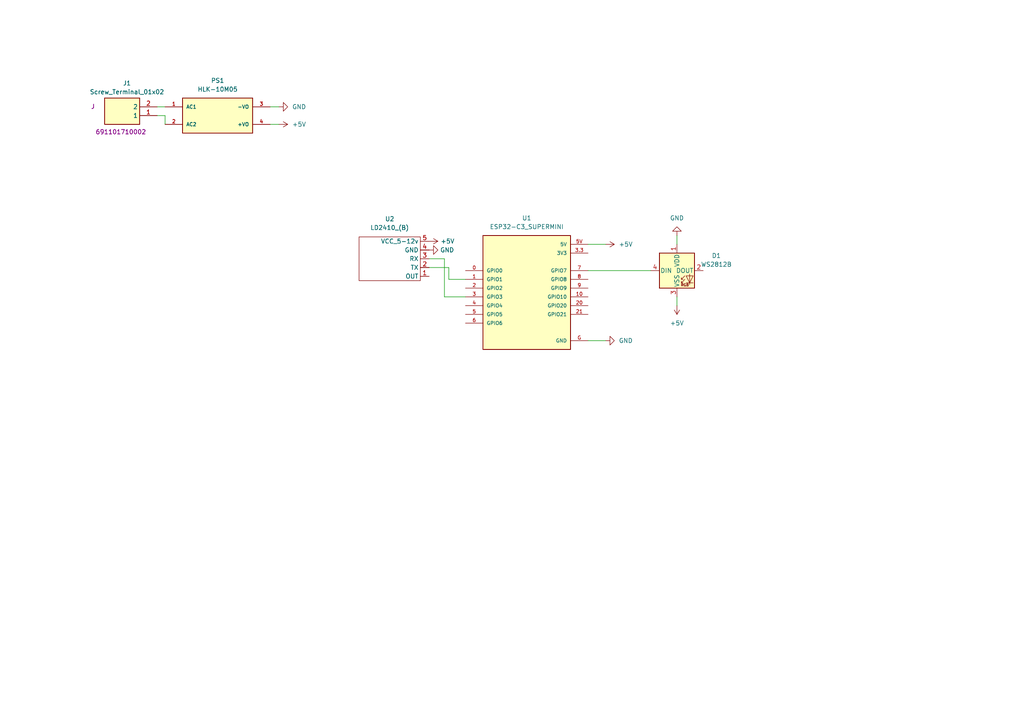
<source format=kicad_sch>
(kicad_sch (version 20211123) (generator eeschema)
  (paper "A4")
  (lib_symbols
    (symbol "LED:WS2812B" (pin_names (offset 0.254))
      (property "Reference" "D" (at 5.08 5.715 0))
      (property "Value" "WS2812B" (at 1.27 -5.715 0))
      (symbol "WS2812B_0_0"
        (text "RGB" (at 2.286 -4.191 0) (effects (font (size 0.762 0.762))))
      )
      (symbol "WS2812B_0_1"
        (polyline (pts (xy 1.27 -3.556) (xy 1.778 -3.556)))
        (polyline (pts (xy 1.27 -2.54) (xy 1.778 -2.54)))
        (polyline (pts (xy 4.699 -3.556) (xy 2.667 -3.556)))
        (polyline (pts (xy 2.286 -2.54) (xy 1.27 -3.556) (xy 1.27 -3.048)))
        (polyline (pts (xy 2.286 -1.524) (xy 1.27 -2.54) (xy 1.27 -2.032)))
        (polyline (pts (xy 3.683 -1.016) (xy 3.683 -3.556) (xy 3.683 -4.064)))
        (polyline (pts (xy 4.699 -1.524) (xy 2.667 -1.524) (xy 3.683 -3.556) (xy 4.699 -1.524)))
        (rectangle (start 5.08 5.08) (end -5.08 -5.08) (stroke (width 0.254)) (fill (type background)))
      )
      (symbol "WS2812B_1_1"
        (pin power_in line (at 0 7.62 270) (length 2.54) (name "VDD") (number "1"))
        (pin output line (at 7.62 0 180) (length 2.54) (name "DOUT") (number "2"))
        (pin power_in line (at 0 -7.62 90) (length 2.54) (name "VSS") (number "3"))
        (pin input line (at -7.62 0 0) (length 2.54) (name "DIN") (number "4"))
      )
    )
    (symbol "Project:ESP32-C3_SUPERMINI" (pin_names (offset 1.016))
      (property "Reference" "U" (at -12.7 16.002 0))
      (property "Value" "ESP32-C3_SUPERMINI" (at -12.7 -20.32 0))
      (symbol "ESP32-C3_SUPERMINI_0_0"
        (rectangle (start -12.7 -17.78) (end 12.7 15.24) (stroke (width 0.254)) (fill (type background)))
        (pin bidirectional line (at -17.78 5.08 0) (length 5.08) (name "GPIO0") (number "0"))
        (pin bidirectional line (at -17.78 2.54 0) (length 5.08) (name "GPIO1") (number "1"))
        (pin bidirectional line (at 17.78 -2.54 180) (length 5.08) (name "GPIO10") (number "10"))
        (pin bidirectional line (at -17.78 0 0) (length 5.08) (name "GPIO2") (number "2"))
        (pin bidirectional line (at 17.78 -5.08 180) (length 5.08) (name "GPIO20") (number "20"))
        (pin bidirectional line (at 17.78 -7.62 180) (length 5.08) (name "GPIO21") (number "21"))
        (pin bidirectional line (at -17.78 -2.54 0) (length 5.08) (name "GPIO3") (number "3"))
        (pin power_in line (at 17.78 10.16 180) (length 5.08) (name "3V3") (number "3.3"))
        (pin bidirectional line (at -17.78 -5.08 0) (length 5.08) (name "GPIO4") (number "4"))
        (pin bidirectional line (at -17.78 -7.62 0) (length 5.08) (name "GPIO5") (number "5"))
        (pin power_in line (at 17.78 12.7 180) (length 5.08) (name "5V") (number "5V"))
        (pin bidirectional line (at -17.78 -10.16 0) (length 5.08) (name "GPIO6") (number "6"))
        (pin bidirectional line (at 17.78 5.08 180) (length 5.08) (name "GPIO7") (number "7"))
        (pin bidirectional line (at 17.78 2.54 180) (length 5.08) (name "GPIO8") (number "8"))
        (pin bidirectional line (at 17.78 0 180) (length 5.08) (name "GPIO9") (number "9"))
        (pin power_in line (at 17.78 -15.24 180) (length 5.08) (name "GND") (number "G"))
      )
    )
    (symbol "Project:HLK-10M05" (pin_names (offset 1.016))
      (property "Reference" "PS" (at -10.16 5.588 0))
      (property "Value" "HLK-10M05" (at -10.16 -7.62 0))
      (symbol "HLK-10M05_0_0"
        (rectangle (start -10.16 -5.08) (end 10.16 5.08) (stroke (width 0.254)) (fill (type background)))
        (pin input line (at -15.24 2.54 0) (length 5.08) (name "AC1") (number "1"))
        (pin input line (at -15.24 -2.54 0) (length 5.08) (name "AC2") (number "2"))
        (pin output line (at 15.24 2.54 180) (length 5.08) (name "-VO") (number "3"))
        (pin output line (at 15.24 -2.54 180) (length 5.08) (name "+VO") (number "4"))
      )
    )
    (symbol "Project:LD2410_(B)"
      (property "Reference" "U" (at 0 5.08 0))
      (property "Value" "LD2410_(B)" (at 0 2.54 0))
      (symbol "LD2410_(B)_0_1"
        (rectangle (start -8.89 0) (end 8.89 -12.7))
      )
      (symbol "LD2410_(B)_1_1"
        (pin input line (at 11.43 -11.43 180) (length 2.54) (name "OUT") (number "1"))
        (pin input line (at 11.43 -8.89 180) (length 2.54) (name "TX") (number "2"))
        (pin input line (at 11.43 -6.35 180) (length 2.54) (name "RX") (number "3"))
        (pin input line (at 11.43 -3.81 180) (length 2.54) (name "GND") (number "4"))
        (pin input line (at 11.43 -1.27 180) (length 2.54) (name "VCC_5-12v") (number "5"))
      )
    )
    (symbol "Project:Screw_terminal"
      (property "Value" "Screw_terminal" (at 2.54 5.08 0))
      (property "Reference_1" "J" (at 16.51 7.62 0))
      (property "Value_1" "691101710002" (at 16.51 5.08 0))
      (symbol "Screw_terminal_1_1"
        (rectangle (start 5.08 2.54) (end 15.24 -5.08) (stroke (width 0.254)) (fill (type background)))
        (pin passive line (at 0 0 0) (length 5.08) (name "1") (number "1"))
        (pin passive line (at 0 -2.54 0) (length 5.08) (name "2") (number "2"))
      )
    )
    (symbol "power:+5V" (power) (pin_names (offset 0))
      (property "Value" "+5V" (at 0 3.556 0))
      (symbol "+5V_0_1"
        (polyline (pts (xy -0.762 1.27) (xy 0 2.54)))
        (polyline (pts (xy 0 0) (xy 0 2.54)))
        (polyline (pts (xy 0 2.54) (xy 0.762 1.27)))
      )
      (symbol "+5V_1_1"
        (pin power_in line (at 0 0 90) (length 0) hide (name "+5V") (number "1"))
      )
    )
    (symbol "power:GND" (power) (pin_names (offset 0))
      (property "Value" "GND" (at 0 -3.81 0))
      (symbol "GND_0_1"
        (polyline (pts (xy 0 0) (xy 0 -1.27) (xy 1.27 -1.27) (xy 0 -2.54) (xy -1.27 -1.27) (xy 0 -1.27)))
      )
      (symbol "GND_1_1"
        (pin power_in line (at 0 0 270) (length 0) hide (name "GND") (number "1"))
      )
    )
  )
  (wire (pts (xy 78.359 36.068) (xy 80.899 36.068)))
  (wire (pts (xy 128.905 86.106) (xy 135.001 86.106)))
  (wire (pts (xy 130.175 77.597) (xy 130.175 81.026)))
  (wire (pts (xy 45.593 33.528) (xy 47.879 33.528)))
  (wire (pts (xy 47.879 33.528) (xy 47.879 36.068)))
  (wire (pts (xy 128.905 75.057) (xy 128.905 86.106)))
  (wire (pts (xy 170.561 78.486) (xy 188.722 78.486)))
  (wire (pts (xy 170.561 70.866) (xy 175.641 70.866)))
  (wire (pts (xy 124.46 75.057) (xy 128.905 75.057)))
  (wire (pts (xy 45.593 30.988) (xy 47.879 30.988)))
  (wire (pts (xy 196.342 86.106) (xy 196.342 88.646)))
  (wire (pts (xy 124.46 77.597) (xy 130.175 77.597)))
  (wire (pts (xy 130.175 81.026) (xy 135.001 81.026)))
  (wire (pts (xy 78.359 30.988) (xy 80.899 30.988)))
  (wire (pts (xy 170.561 98.806) (xy 175.641 98.806)))
  (wire (pts (xy 196.342 68.326) (xy 196.342 70.866)))
  (symbol (lib_id "power:GND") (at 124.46 72.517 90) (unit 1)
    (property "Reference" "#PWR0107" (effects hide))
    (property "Value" "GND" (at 127.635 72.5169 90) (effects (justify right)))
  )
  (symbol (lib_id "Project:ESP32-C3_SUPERMINI") (at 152.781 83.566 0) (unit 1)
    (property "Reference" "U1" (at 152.781 63.246 0))
    (property "Value" "ESP32-C3_SUPERMINI" (at 152.781 65.786 0))
    (property "Footprint" "Project:ESP32-C3_SUPERMINI" (effects hide))
    (property "MAXIMUM_PACKAGE_HEIGHT" "4.2mm" (effects hide))
    (property "MP" "ESP32-C3 SuperMini" (effects hide))
    (property "Description" "\nSuper tiny ESP32-C3 board\n" (effects hide))
    (property "MANUFACTURER" "Espressif" (effects hide))
  )
  (symbol (lib_id "power:+5V") (at 124.46 69.977 270) (unit 1)
    (property "Reference" "#PWR0108" (effects hide))
    (property "Value" "+5V" (at 127.762 69.9769 90) (effects (justify left)))
  )
  (symbol (lib_id "power:+5V") (at 196.342 88.646 180) (unit 1)
    (property "Reference" "#PWR0106" (effects hide))
    (property "Value" "+5V" (at 196.342 93.726 0))
  )
  (symbol (lib_id "Project:LD2410_(B)") (at 113.03 68.707 0) (unit 1)
    (property "Reference" "U2" (at 113.03 63.5 0))
    (property "Value" "LD2410_(B)" (at 113.03 66.04 0))
    (property "Footprint" "Project:LD2410 (B)" (effects hide))
  )
  (symbol (lib_id "LED:WS2812B") (at 196.342 78.486 0) (unit 1)
    (property "Reference" "D1" (at 207.772 74.1553 0))
    (property "Value" "WS2812B" (at 207.772 76.6953 0))
    (property "Footprint" "LED_SMD:LED_WS2812B_PLCC4_5.0x5.0mm_P3.2mm" (effects hide))
    (property "Datasheet" "https://cdn-shop.adafruit.com/datasheets/WS2812B.pdf" (effects hide))
  )
  (symbol (lib_id "power:+5V") (at 175.641 70.866 270) (unit 1)
    (property "Reference" "#PWR0101" (effects hide))
    (property "Value" "+5V" (at 179.451 70.8659 90) (effects (justify left)))
  )
  (symbol (lib_id "power:GND") (at 175.641 98.806 90) (unit 1)
    (property "Reference" "#PWR0102" (effects hide))
    (property "Value" "GND" (at 179.451 98.8059 90) (effects (justify right)))
  )
  (symbol (lib_id "Project:HLK-10M05") (at 63.119 33.528 0) (unit 1)
    (property "Reference" "PS1" (at 63.119 23.368 0))
    (property "Value" "HLK-10M05" (at 63.119 25.908 0))
    (property "Footprint" "Project:HLK-10M05" (effects hide))
    (property "MF" "Hi-link" (effects hide))
    (property "MAXIMUM_PACKAGE_HEIGHT" "22mm" (effects hide))
    (property "Package" "Package" (effects hide))
    (property "Price" "None" (effects hide))
    (property "Check_prices" "https://www.snapeda.com/parts/HLK-10M05/Hi-link/view-part/?ref=eda" (effects hide))
    (property "STANDARD" "Manufacturer Recommendations" (effects hide))
    (property "PARTREV" "V1.8" (effects hide))
    (property "SnapEDA_Link" "https://www.snapeda.com/parts/HLK-10M05/Hi-link/view-part/?ref=snap" (effects hide))
    (property "MP" "HLK-10M05" (effects hide))
    (property "Description" "\n10W Ultra-Compact Power Module\n" (effects hide))
    (property "Availability" "Not in stock" (effects hide))
    (property "MANUFACTURER" "Hi-link" (effects hide))
  )
  (symbol (lib_id "Project:Screw_terminal") (at 45.593 33.528 180) (unit 1)
    (property "Reference" "J1" (at 36.83 24.13 0))
    (property "Value" "Screw_Terminal_01x02" (at 36.83 26.67 0))
    (property "Footprint" "Project:RHDRRA2W95P0X500_1X2_1120X900X1280P" (effects hide))
    (property "Reference_1" "J" (at 27.559 31.623 0) (effects (justify left top)))
    (property "Value_1" "691101710002" (at 42.418 38.989 0) (effects (justify left top)))
    (property "Footprint_1" "RHDRRA2W95P0X500_1X2_1120X900X1280P" (effects hide))
    (property "Height" "12.8" (effects hide))
    (property "Mouser Part Number" "710-691101710002" (effects hide))
    (property "Mouser Price/Stock" "https://www.mouser.co.uk/ProductDetail/Wurth-Elektronik/691101710002?qs=7gQLVZk5cPko2q9q3mYFyQ%3D%3D" (effects hide))
    (property "Manufacturer_Name" "Wurth Elektronik" (effects hide))
    (property "Manufacturer_Part_Number" "691101710002" (effects hide))
  )
  (symbol (lib_id "power:+5V") (at 80.899 36.068 270) (unit 1)
    (property "Reference" "#PWR0104" (effects hide))
    (property "Value" "+5V" (at 84.709 36.0679 90) (effects (justify left)))
  )
  (symbol (lib_id "power:GND") (at 80.899 30.988 90) (unit 1)
    (property "Reference" "#PWR0105" (effects hide))
    (property "Value" "GND" (at 84.709 30.9879 90) (effects (justify right)))
  )
  (symbol (lib_id "power:GND") (at 196.342 68.326 180) (unit 1)
    (property "Reference" "#PWR0103" (effects hide))
    (property "Value" "GND" (at 196.342 63.246 0))
  )
)
</source>
